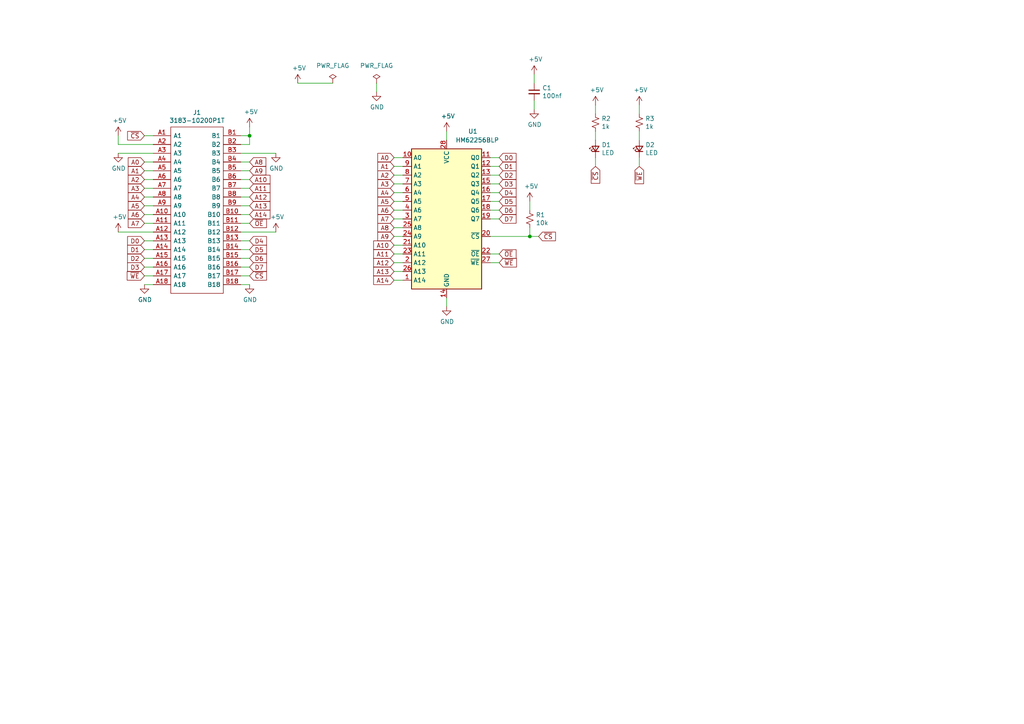
<source format=kicad_sch>
(kicad_sch (version 20230121) (generator eeschema)
  (paper "A4")
  (lib_symbols
    (symbol "Cartridge-rescue:3183-10200P1T-3183-10200P1T" (pin_names (offset 0.762))
      (property "Reference" "J" (at 21.59 7.62 0))
      (property "Value" "3183-10200P1T_3183-10200P1T" (at 21.59 5.08 0))
      (symbol "3183-10200P1T-3183-10200P1T_0_0"
        (pin passive line (at 0 0 0) (length 5.08) (name "A1") (number "A1"))
        (pin passive line (at 0 -22.86 0) (length 5.08) (name "A10") (number "A10"))
        (pin passive line (at 0 -25.4 0) (length 5.08) (name "A11") (number "A11"))
        (pin passive line (at 0 -27.94 0) (length 5.08) (name "A12") (number "A12"))
        (pin passive line (at 0 -30.48 0) (length 5.08) (name "A13") (number "A13"))
        (pin passive line (at 0 -33.02 0) (length 5.08) (name "A14") (number "A14"))
        (pin passive line (at 0 -35.56 0) (length 5.08) (name "A15") (number "A15"))
        (pin passive line (at 0 -38.1 0) (length 5.08) (name "A16") (number "A16"))
        (pin passive line (at 0 -40.64 0) (length 5.08) (name "A17") (number "A17"))
        (pin passive line (at 0 -43.18 0) (length 5.08) (name "A18") (number "A18"))
        (pin passive line (at 0 -2.54 0) (length 5.08) (name "A2") (number "A2"))
        (pin passive line (at 0 -5.08 0) (length 5.08) (name "A3") (number "A3"))
        (pin passive line (at 0 -7.62 0) (length 5.08) (name "A4") (number "A4"))
        (pin passive line (at 0 -10.16 0) (length 5.08) (name "A5") (number "A5"))
        (pin passive line (at 0 -12.7 0) (length 5.08) (name "A6") (number "A6"))
        (pin passive line (at 0 -15.24 0) (length 5.08) (name "A7") (number "A7"))
        (pin passive line (at 0 -17.78 0) (length 5.08) (name "A8") (number "A8"))
        (pin passive line (at 0 -20.32 0) (length 5.08) (name "A9") (number "A9"))
        (pin passive line (at 25.4 0 180) (length 5.08) (name "B1") (number "B1"))
        (pin passive line (at 25.4 -22.86 180) (length 5.08) (name "B10") (number "B10"))
        (pin passive line (at 25.4 -25.4 180) (length 5.08) (name "B11") (number "B11"))
        (pin passive line (at 25.4 -27.94 180) (length 5.08) (name "B12") (number "B12"))
        (pin passive line (at 25.4 -30.48 180) (length 5.08) (name "B13") (number "B13"))
        (pin passive line (at 25.4 -33.02 180) (length 5.08) (name "B14") (number "B14"))
        (pin passive line (at 25.4 -35.56 180) (length 5.08) (name "B15") (number "B15"))
        (pin passive line (at 25.4 -38.1 180) (length 5.08) (name "B16") (number "B16"))
        (pin passive line (at 25.4 -40.64 180) (length 5.08) (name "B17") (number "B17"))
        (pin passive line (at 25.4 -43.18 180) (length 5.08) (name "B18") (number "B18"))
        (pin passive line (at 25.4 -2.54 180) (length 5.08) (name "B2") (number "B2"))
        (pin passive line (at 25.4 -5.08 180) (length 5.08) (name "B3") (number "B3"))
        (pin passive line (at 25.4 -7.62 180) (length 5.08) (name "B4") (number "B4"))
        (pin passive line (at 25.4 -10.16 180) (length 5.08) (name "B5") (number "B5"))
        (pin passive line (at 25.4 -12.7 180) (length 5.08) (name "B6") (number "B6"))
        (pin passive line (at 25.4 -15.24 180) (length 5.08) (name "B7") (number "B7"))
        (pin passive line (at 25.4 -17.78 180) (length 5.08) (name "B8") (number "B8"))
        (pin passive line (at 25.4 -20.32 180) (length 5.08) (name "B9") (number "B9"))
      )
      (symbol "3183-10200P1T-3183-10200P1T_0_1"
        (polyline (pts (xy 5.08 2.54) (xy 20.32 2.54) (xy 20.32 -45.72) (xy 5.08 -45.72) (xy 5.08 2.54)) (stroke (width 0.1524)))
      )
    )
    (symbol "Device:C_Small" (pin_numbers hide) (pin_names (offset 0.254) hide)
      (property "Reference" "C" (at 0.254 1.778 0))
      (property "Value" "C_Small" (at 0.254 -2.032 0))
      (symbol "C_Small_0_1"
        (polyline (pts (xy -1.524 -0.508) (xy 1.524 -0.508)) (stroke (width 0.3302)))
        (polyline (pts (xy -1.524 0.508) (xy 1.524 0.508)) (stroke (width 0.3048)))
      )
      (symbol "C_Small_1_1"
        (pin passive line (at 0 2.54 270) (length 2.032) (name "~") (number "1"))
        (pin passive line (at 0 -2.54 90) (length 2.032) (name "~") (number "2"))
      )
    )
    (symbol "Device:LED_Small" (pin_numbers hide) (pin_names (offset 0.254) hide)
      (property "Reference" "D" (at -1.27 3.175 0))
      (property "Value" "LED_Small" (at -4.445 -2.54 0))
      (symbol "LED_Small_0_1"
        (polyline (pts (xy -0.762 -1.016) (xy -0.762 1.016)) (stroke (width 0.254)))
        (polyline (pts (xy 1.016 0) (xy -0.762 0)))
        (polyline (pts (xy 0.762 -1.016) (xy -0.762 0) (xy 0.762 1.016) (xy 0.762 -1.016)) (stroke (width 0.254)))
        (polyline (pts (xy 0 0.762) (xy -0.508 1.27) (xy -0.254 1.27) (xy -0.508 1.27) (xy -0.508 1.016)))
        (polyline (pts (xy 0.508 1.27) (xy 0 1.778) (xy 0.254 1.778) (xy 0 1.778) (xy 0 1.524)))
      )
      (symbol "LED_Small_1_1"
        (pin passive line (at -2.54 0 0) (length 1.778) (name "K") (number "1"))
        (pin passive line (at 2.54 0 180) (length 1.778) (name "A") (number "2"))
      )
    )
    (symbol "Device:R_Small_US" (pin_numbers hide) (pin_names (offset 0.254) hide)
      (property "Reference" "R" (at 0.762 0.508 0))
      (property "Value" "R_Small_US" (at 0.762 -1.016 0))
      (symbol "R_Small_US_1_1"
        (polyline (pts (xy 0 0) (xy 1.016 -0.381) (xy 0 -0.762) (xy -1.016 -1.143) (xy 0 -1.524)))
        (polyline (pts (xy 0 1.524) (xy 1.016 1.143) (xy 0 0.762) (xy -1.016 0.381) (xy 0 0)))
        (pin passive line (at 0 2.54 270) (length 1.016) (name "~") (number "1"))
        (pin passive line (at 0 -2.54 90) (length 1.016) (name "~") (number "2"))
      )
    )
    (symbol "Memory_RAM:HM62256BLP"
      (property "Reference" "U" (at -10.16 20.955 0))
      (property "Value" "HM62256BLP" (at 2.54 20.955 0))
      (symbol "HM62256BLP_0_0"
        (pin power_in line (at 0 -22.86 90) (length 2.54) (name "GND") (number "14"))
        (pin power_in line (at 0 22.86 270) (length 2.54) (name "VCC") (number "28"))
      )
      (symbol "HM62256BLP_0_1"
        (rectangle (start -10.16 20.32) (end 10.16 -20.32) (stroke (width 0.254)) (fill (type background)))
      )
      (symbol "HM62256BLP_1_1"
        (pin input line (at -12.7 -17.78 0) (length 2.54) (name "A14") (number "1"))
        (pin input line (at -12.7 17.78 0) (length 2.54) (name "A0") (number "10"))
        (pin tri_state line (at 12.7 17.78 180) (length 2.54) (name "Q0") (number "11"))
        (pin tri_state line (at 12.7 15.24 180) (length 2.54) (name "Q1") (number "12"))
        (pin tri_state line (at 12.7 12.7 180) (length 2.54) (name "Q2") (number "13"))
        (pin tri_state line (at 12.7 10.16 180) (length 2.54) (name "Q3") (number "15"))
        (pin tri_state line (at 12.7 7.62 180) (length 2.54) (name "Q4") (number "16"))
        (pin tri_state line (at 12.7 5.08 180) (length 2.54) (name "Q5") (number "17"))
        (pin tri_state line (at 12.7 2.54 180) (length 2.54) (name "Q6") (number "18"))
        (pin tri_state line (at 12.7 0 180) (length 2.54) (name "Q7") (number "19"))
        (pin input line (at -12.7 -12.7 0) (length 2.54) (name "A12") (number "2"))
        (pin input line (at 12.7 -5.08 180) (length 2.54) (name "~{CS}") (number "20"))
        (pin input line (at -12.7 -7.62 0) (length 2.54) (name "A10") (number "21"))
        (pin input line (at 12.7 -10.16 180) (length 2.54) (name "~{OE}") (number "22"))
        (pin input line (at -12.7 -10.16 0) (length 2.54) (name "A11") (number "23"))
        (pin input line (at -12.7 -5.08 0) (length 2.54) (name "A9") (number "24"))
        (pin input line (at -12.7 -2.54 0) (length 2.54) (name "A8") (number "25"))
        (pin input line (at -12.7 -15.24 0) (length 2.54) (name "A13") (number "26"))
        (pin input line (at 12.7 -12.7 180) (length 2.54) (name "~{WE}") (number "27"))
        (pin input line (at -12.7 0 0) (length 2.54) (name "A7") (number "3"))
        (pin input line (at -12.7 2.54 0) (length 2.54) (name "A6") (number "4"))
        (pin input line (at -12.7 5.08 0) (length 2.54) (name "A5") (number "5"))
        (pin input line (at -12.7 7.62 0) (length 2.54) (name "A4") (number "6"))
        (pin input line (at -12.7 10.16 0) (length 2.54) (name "A3") (number "7"))
        (pin input line (at -12.7 12.7 0) (length 2.54) (name "A2") (number "8"))
        (pin input line (at -12.7 15.24 0) (length 2.54) (name "A1") (number "9"))
      )
    )
    (symbol "power:+5V" (power) (pin_names (offset 0))
      (property "Value" "+5V" (at 0 3.556 0))
      (symbol "+5V_0_1"
        (polyline (pts (xy -0.762 1.27) (xy 0 2.54)))
        (polyline (pts (xy 0 0) (xy 0 2.54)))
        (polyline (pts (xy 0 2.54) (xy 0.762 1.27)))
      )
      (symbol "+5V_1_1"
        (pin power_in line (at 0 0 90) (length 0) hide (name "+5V") (number "1"))
      )
    )
    (symbol "power:GND" (power) (pin_names (offset 0))
      (property "Value" "GND" (at 0 -3.81 0))
      (symbol "GND_0_1"
        (polyline (pts (xy 0 0) (xy 0 -1.27) (xy 1.27 -1.27) (xy 0 -2.54) (xy -1.27 -1.27) (xy 0 -1.27)))
      )
      (symbol "GND_1_1"
        (pin power_in line (at 0 0 270) (length 0) hide (name "GND") (number "1"))
      )
    )
    (symbol "power:PWR_FLAG" (power) (pin_numbers hide) (pin_names (offset 0) hide)
      (property "Value" "PWR_FLAG" (at 0 3.81 0))
      (symbol "PWR_FLAG_0_0"
        (pin power_out line (at 0 0 90) (length 0) (name "pwr") (number "1"))
      )
      (symbol "PWR_FLAG_0_1"
        (polyline (pts (xy 0 0) (xy 0 1.27) (xy -1.016 1.905) (xy 0 2.54) (xy 1.016 1.905) (xy 0 1.27)))
      )
    )
  )
  (junction (at 72.39 39.37))
  (junction (at 153.67 68.58))
  (wire (pts (xy 72.39 80.01) (xy 69.85 80.01)))
  (wire (pts (xy 34.29 41.91) (xy 34.29 39.37)))
  (wire (pts (xy 72.39 57.15) (xy 69.85 57.15)))
  (wire (pts (xy 114.3 60.96) (xy 116.84 60.96)))
  (wire (pts (xy 69.85 69.85) (xy 72.39 69.85)))
  (wire (pts (xy 44.45 67.31) (xy 34.29 67.31)))
  (wire (pts (xy 72.39 64.77) (xy 69.85 64.77)))
  (wire (pts (xy 72.39 39.37) (xy 69.85 39.37)))
  (wire (pts (xy 116.84 81.28) (xy 114.3 81.28)))
  (wire (pts (xy 41.91 69.85) (xy 44.45 69.85)))
  (wire (pts (xy 114.3 55.88) (xy 116.84 55.88)))
  (wire (pts (xy 116.84 78.74) (xy 114.3 78.74)))
  (wire (pts (xy 142.24 48.26) (xy 144.78 48.26)))
  (wire (pts (xy 144.78 73.66) (xy 142.24 73.66)))
  (wire (pts (xy 41.91 54.61) (xy 44.45 54.61)))
  (wire (pts (xy 72.39 54.61) (xy 69.85 54.61)))
  (wire (pts (xy 114.3 48.26) (xy 116.84 48.26)))
  (wire (pts (xy 41.91 74.93) (xy 44.45 74.93)))
  (wire (pts (xy 172.72 48.26) (xy 172.72 45.72)))
  (wire (pts (xy 72.39 46.99) (xy 69.85 46.99)))
  (wire (pts (xy 80.01 44.45) (xy 69.85 44.45)))
  (wire (pts (xy 114.3 63.5) (xy 116.84 63.5)))
  (wire (pts (xy 116.84 76.2) (xy 114.3 76.2)))
  (wire (pts (xy 41.91 80.01) (xy 44.45 80.01)))
  (wire (pts (xy 185.42 38.1) (xy 185.42 40.64)))
  (wire (pts (xy 41.91 82.55) (xy 44.45 82.55)))
  (wire (pts (xy 44.45 41.91) (xy 34.29 41.91)))
  (wire (pts (xy 116.84 73.66) (xy 114.3 73.66)))
  (wire (pts (xy 154.94 29.21) (xy 154.94 31.75)))
  (wire (pts (xy 72.39 39.37) (xy 72.39 41.91)))
  (wire (pts (xy 41.91 77.47) (xy 44.45 77.47)))
  (wire (pts (xy 86.36 24.13) (xy 96.52 24.13)))
  (wire (pts (xy 41.91 46.99) (xy 44.45 46.99)))
  (wire (pts (xy 116.84 71.12) (xy 114.3 71.12)))
  (wire (pts (xy 142.24 50.8) (xy 144.78 50.8)))
  (wire (pts (xy 144.78 76.2) (xy 142.24 76.2)))
  (wire (pts (xy 185.42 48.26) (xy 185.42 45.72)))
  (wire (pts (xy 34.29 44.45) (xy 44.45 44.45)))
  (wire (pts (xy 72.39 52.07) (xy 69.85 52.07)))
  (wire (pts (xy 80.01 67.31) (xy 69.85 67.31)))
  (wire (pts (xy 72.39 82.55) (xy 69.85 82.55)))
  (wire (pts (xy 114.3 53.34) (xy 116.84 53.34)))
  (wire (pts (xy 142.24 60.96) (xy 144.78 60.96)))
  (wire (pts (xy 154.94 21.59) (xy 154.94 24.13)))
  (wire (pts (xy 114.3 45.72) (xy 116.84 45.72)))
  (wire (pts (xy 116.84 68.58) (xy 114.3 68.58)))
  (wire (pts (xy 41.91 52.07) (xy 44.45 52.07)))
  (wire (pts (xy 114.3 58.42) (xy 116.84 58.42)))
  (wire (pts (xy 172.72 33.02) (xy 172.72 30.48)))
  (wire (pts (xy 72.39 49.53) (xy 69.85 49.53)))
  (wire (pts (xy 41.91 64.77) (xy 44.45 64.77)))
  (wire (pts (xy 129.54 88.9) (xy 129.54 86.36)))
  (wire (pts (xy 69.85 77.47) (xy 72.39 77.47)))
  (wire (pts (xy 156.21 68.58) (xy 153.67 68.58)))
  (wire (pts (xy 69.85 72.39) (xy 72.39 72.39)))
  (wire (pts (xy 116.84 66.04) (xy 114.3 66.04)))
  (wire (pts (xy 153.67 68.58) (xy 142.24 68.58)))
  (wire (pts (xy 153.67 58.42) (xy 153.67 60.96)))
  (wire (pts (xy 153.67 66.04) (xy 153.67 68.58)))
  (wire (pts (xy 72.39 59.69) (xy 69.85 59.69)))
  (wire (pts (xy 142.24 63.5) (xy 144.78 63.5)))
  (wire (pts (xy 41.91 72.39) (xy 44.45 72.39)))
  (wire (pts (xy 41.91 39.37) (xy 44.45 39.37)))
  (wire (pts (xy 41.91 49.53) (xy 44.45 49.53)))
  (wire (pts (xy 72.39 41.91) (xy 69.85 41.91)))
  (wire (pts (xy 142.24 58.42) (xy 144.78 58.42)))
  (wire (pts (xy 72.39 39.37) (xy 72.39 36.83)))
  (wire (pts (xy 41.91 62.23) (xy 44.45 62.23)))
  (wire (pts (xy 41.91 59.69) (xy 44.45 59.69)))
  (wire (pts (xy 109.22 24.13) (xy 109.22 26.67)))
  (wire (pts (xy 142.24 45.72) (xy 144.78 45.72)))
  (wire (pts (xy 69.85 74.93) (xy 72.39 74.93)))
  (wire (pts (xy 172.72 38.1) (xy 172.72 40.64)))
  (wire (pts (xy 185.42 33.02) (xy 185.42 30.48)))
  (wire (pts (xy 142.24 53.34) (xy 144.78 53.34)))
  (wire (pts (xy 41.91 57.15) (xy 44.45 57.15)))
  (wire (pts (xy 142.24 55.88) (xy 144.78 55.88)))
  (wire (pts (xy 129.54 38.1) (xy 129.54 40.64)))
  (wire (pts (xy 114.3 50.8) (xy 116.84 50.8)))
  (wire (pts (xy 72.39 62.23) (xy 69.85 62.23)))
  (global_label "D2" (shape input) (at 144.78 50.8 0) (property "Intersheetrefs" "${INTERSHEET_REFS}" (effects hide)))
  (global_label "D1" (shape input) (at 144.78 48.26 0) (property "Intersheetrefs" "${INTERSHEET_REFS}" (effects hide)))
  (global_label "D6" (shape input) (at 72.39 74.93 0) (property "Intersheetrefs" "${INTERSHEET_REFS}" (effects hide)))
  (global_label "A14" (shape input) (at 114.3 81.28 180) (property "Intersheetrefs" "${INTERSHEET_REFS}" (effects hide)))
  (global_label "A9" (shape input) (at 72.39 49.53 0) (property "Intersheetrefs" "${INTERSHEET_REFS}" (effects hide)))
  (global_label "A14" (shape input) (at 72.39 62.23 0) (property "Intersheetrefs" "${INTERSHEET_REFS}" (effects hide)))
  (global_label "A2" (shape input) (at 41.91 52.07 180) (property "Intersheetrefs" "${INTERSHEET_REFS}" (effects hide)))
  (global_label "D1" (shape input) (at 41.91 72.39 180) (property "Intersheetrefs" "${INTERSHEET_REFS}" (effects hide)))
  (global_label "D7" (shape input) (at 72.39 77.47 0) (property "Intersheetrefs" "${INTERSHEET_REFS}" (effects hide)))
  (global_label "A12" (shape input) (at 114.3 76.2 180) (property "Intersheetrefs" "${INTERSHEET_REFS}" (effects hide)))
  (global_label "~{CS}" (shape input) (at 156.21 68.58 0) (property "Intersheetrefs" "${INTERSHEET_REFS}" (effects hide)))
  (global_label "~{OE}" (shape input) (at 72.39 64.77 0) (property "Intersheetrefs" "${INTERSHEET_REFS}" (effects hide)))
  (global_label "A3" (shape input) (at 41.91 54.61 180) (property "Intersheetrefs" "${INTERSHEET_REFS}" (effects hide)))
  (global_label "~{OE}" (shape input) (at 144.78 73.66 0) (property "Intersheetrefs" "${INTERSHEET_REFS}" (effects hide)))
  (global_label "A11" (shape input) (at 72.39 54.61 0) (property "Intersheetrefs" "${INTERSHEET_REFS}" (effects hide)))
  (global_label "D6" (shape input) (at 144.78 60.96 0) (property "Intersheetrefs" "${INTERSHEET_REFS}" (effects hide)))
  (global_label "A6" (shape input) (at 41.91 62.23 180) (property "Intersheetrefs" "${INTERSHEET_REFS}" (effects hide)))
  (global_label "A1" (shape input) (at 41.91 49.53 180) (property "Intersheetrefs" "${INTERSHEET_REFS}" (effects hide)))
  (global_label "~{CS}" (shape input) (at 41.91 39.37 180) (property "Intersheetrefs" "${INTERSHEET_REFS}" (effects hide)))
  (global_label "A8" (shape input) (at 114.3 66.04 180) (property "Intersheetrefs" "${INTERSHEET_REFS}" (effects hide)))
  (global_label "A5" (shape input) (at 41.91 59.69 180) (property "Intersheetrefs" "${INTERSHEET_REFS}" (effects hide)))
  (global_label "A4" (shape input) (at 41.91 57.15 180) (property "Intersheetrefs" "${INTERSHEET_REFS}" (effects hide)))
  (global_label "A8" (shape input) (at 72.39 46.99 0) (property "Intersheetrefs" "${INTERSHEET_REFS}" (effects hide)))
  (global_label "A12" (shape input) (at 72.39 57.15 0) (property "Intersheetrefs" "${INTERSHEET_REFS}" (effects hide)))
  (global_label "A2" (shape input) (at 114.3 50.8 180) (property "Intersheetrefs" "${INTERSHEET_REFS}" (effects hide)))
  (global_label "A1" (shape input) (at 114.3 48.26 180) (property "Intersheetrefs" "${INTERSHEET_REFS}" (effects hide)))
  (global_label "A13" (shape input) (at 72.39 59.69 0) (property "Intersheetrefs" "${INTERSHEET_REFS}" (effects hide)))
  (global_label "A11" (shape input) (at 114.3 73.66 180) (property "Intersheetrefs" "${INTERSHEET_REFS}" (effects hide)))
  (global_label "D3" (shape input) (at 144.78 53.34 0) (property "Intersheetrefs" "${INTERSHEET_REFS}" (effects hide)))
  (global_label "D4" (shape input) (at 72.39 69.85 0) (property "Intersheetrefs" "${INTERSHEET_REFS}" (effects hide)))
  (global_label "A10" (shape input) (at 114.3 71.12 180) (property "Intersheetrefs" "${INTERSHEET_REFS}" (effects hide)))
  (global_label "A9" (shape input) (at 114.3 68.58 180) (property "Intersheetrefs" "${INTERSHEET_REFS}" (effects hide)))
  (global_label "A5" (shape input) (at 114.3 58.42 180) (property "Intersheetrefs" "${INTERSHEET_REFS}" (effects hide)))
  (global_label "D0" (shape input) (at 41.91 69.85 180) (property "Intersheetrefs" "${INTERSHEET_REFS}" (effects hide)))
  (global_label "D3" (shape input) (at 41.91 77.47 180) (property "Intersheetrefs" "${INTERSHEET_REFS}" (effects hide)))
  (global_label "A4" (shape input) (at 114.3 55.88 180) (property "Intersheetrefs" "${INTERSHEET_REFS}" (effects hide)))
  (global_label "~{CS}" (shape input) (at 172.72 48.26 270) (property "Intersheetrefs" "${INTERSHEET_REFS}" (effects hide)))
  (global_label "D5" (shape input) (at 144.78 58.42 0) (property "Intersheetrefs" "${INTERSHEET_REFS}" (effects hide)))
  (global_label "D7" (shape input) (at 144.78 63.5 0) (property "Intersheetrefs" "${INTERSHEET_REFS}" (effects hide)))
  (global_label "D0" (shape input) (at 144.78 45.72 0) (property "Intersheetrefs" "${INTERSHEET_REFS}" (effects hide)))
  (global_label "A6" (shape input) (at 114.3 60.96 180) (property "Intersheetrefs" "${INTERSHEET_REFS}" (effects hide)))
  (global_label "A0" (shape input) (at 41.91 46.99 180) (property "Intersheetrefs" "${INTERSHEET_REFS}" (effects hide)))
  (global_label "A3" (shape input) (at 114.3 53.34 180) (property "Intersheetrefs" "${INTERSHEET_REFS}" (effects hide)))
  (global_label "~{WE}" (shape input) (at 185.42 48.26 270) (property "Intersheetrefs" "${INTERSHEET_REFS}" (effects hide)))
  (global_label "D2" (shape input) (at 41.91 74.93 180) (property "Intersheetrefs" "${INTERSHEET_REFS}" (effects hide)))
  (global_label "~{CS}" (shape input) (at 72.39 80.01 0) (property "Intersheetrefs" "${INTERSHEET_REFS}" (effects hide)))
  (global_label "A7" (shape input) (at 114.3 63.5 180) (property "Intersheetrefs" "${INTERSHEET_REFS}" (effects hide)))
  (global_label "~{WE}" (shape input) (at 41.91 80.01 180) (property "Intersheetrefs" "${INTERSHEET_REFS}" (effects hide)))
  (global_label "A13" (shape input) (at 114.3 78.74 180) (property "Intersheetrefs" "${INTERSHEET_REFS}" (effects hide)))
  (global_label "D4" (shape input) (at 144.78 55.88 0) (property "Intersheetrefs" "${INTERSHEET_REFS}" (effects hide)))
  (global_label "A7" (shape input) (at 41.91 64.77 180) (property "Intersheetrefs" "${INTERSHEET_REFS}" (effects hide)))
  (global_label "~{WE}" (shape input) (at 144.78 76.2 0) (property "Intersheetrefs" "${INTERSHEET_REFS}" (effects hide)))
  (global_label "A0" (shape input) (at 114.3 45.72 180) (property "Intersheetrefs" "${INTERSHEET_REFS}" (effects hide)))
  (global_label "D5" (shape input) (at 72.39 72.39 0) (property "Intersheetrefs" "${INTERSHEET_REFS}" (effects hide)))
  (global_label "A10" (shape input) (at 72.39 52.07 0) (property "Intersheetrefs" "${INTERSHEET_REFS}" (effects hide)))
  (symbol (lib_id "Cartridge-rescue:3183-10200P1T-3183-10200P1T") (at 44.45 39.37 0) (unit 1)
    (property "Reference" "J1" (at 57.15 32.639 0))
    (property "Value" "3183-10200P1T" (at 57.15 34.9504 0))
    (property "Footprint" "Connector_PCBEdge:BUS_PCIexpress_x1" (effects hide))
    (property "Datasheet" "https://datasheet.lcsc.com/szlcsc/1907190931_UMaxconn-3183-10200P1T_C404113.pdf" (effects hide))
    (property "Description" "Card Edge Connectors Through Hole" (effects hide))
    (property "Height" "11.25" (effects hide))
    (property "Manufacturer_Name" "UMAX" (effects hide))
    (property "Manufacturer_Part_Number" "3183-10200P1T" (effects hide))
  )
  (symbol (lib_id "Memory_RAM:HM62256BLP") (at 129.54 63.5 0) (unit 1)
    (property "Reference" "U1" (at 137.16 38.1 0))
    (property "Value" "HM62256BLP" (at 138.43 40.64 0))
    (property "Footprint" "Package_SO:SOIC-28W_7.5x17.9mm_P1.27mm" (effects hide))
    (property "Datasheet" "https://web.mit.edu/6.115/www/document/62256.pdf" (effects hide))
  )
  (symbol (lib_id "Device:C_Small") (at 154.94 26.67 0) (unit 1)
    (property "Reference" "C1" (at 157.2768 25.5016 0) (effects (justify left)))
    (property "Value" "100nf" (at 157.2768 27.813 0) (effects (justify left)))
    (property "Footprint" "Capacitor_SMD:C_0603_1608Metric" (effects hide))
  )
  (symbol (lib_id "power:+5V") (at 72.39 36.83 0) (unit 1)
    (property "Reference" "#PWR05" (effects hide))
    (property "Value" "+5V" (at 72.771 32.4358 0))
  )
  (symbol (lib_id "power:+5V") (at 34.29 39.37 0) (unit 1)
    (property "Reference" "#PWR01" (effects hide))
    (property "Value" "+5V" (at 34.671 34.9758 0))
  )
  (symbol (lib_id "power:GND") (at 80.01 44.45 0) (unit 1)
    (property "Reference" "#PWR07" (effects hide))
    (property "Value" "GND" (at 80.137 48.8442 0))
  )
  (symbol (lib_id "power:GND") (at 34.29 44.45 0) (unit 1)
    (property "Reference" "#PWR02" (effects hide))
    (property "Value" "GND" (at 34.417 48.8442 0))
  )
  (symbol (lib_id "power:GND") (at 129.54 88.9 0) (unit 1)
    (property "Reference" "#PWR012" (effects hide))
    (property "Value" "GND" (at 129.667 93.2942 0))
  )
  (symbol (lib_id "power:+5V") (at 129.54 38.1 0) (unit 1)
    (property "Reference" "#PWR011" (effects hide))
    (property "Value" "+5V" (at 129.921 33.7058 0))
  )
  (symbol (lib_id "power:GND") (at 72.39 82.55 0) (unit 1)
    (property "Reference" "#PWR06" (effects hide))
    (property "Value" "GND" (at 72.517 86.9442 0))
  )
  (symbol (lib_id "power:GND") (at 41.91 82.55 0) (unit 1)
    (property "Reference" "#PWR04" (effects hide))
    (property "Value" "GND" (at 42.037 86.9442 0))
  )
  (symbol (lib_id "power:+5V") (at 34.29 67.31 0) (unit 1)
    (property "Reference" "#PWR03" (effects hide))
    (property "Value" "+5V" (at 34.671 62.9158 0))
  )
  (symbol (lib_id "power:+5V") (at 80.01 67.31 0) (unit 1)
    (property "Reference" "#PWR08" (effects hide))
    (property "Value" "+5V" (at 80.391 62.9158 0))
  )
  (symbol (lib_id "power:+5V") (at 154.94 21.59 0) (unit 1)
    (property "Reference" "#PWR09" (effects hide))
    (property "Value" "+5V" (at 155.321 17.1958 0))
  )
  (symbol (lib_id "power:GND") (at 154.94 31.75 0) (unit 1)
    (property "Reference" "#PWR010" (effects hide))
    (property "Value" "GND" (at 155.067 36.1442 0))
  )
  (symbol (lib_id "Device:R_Small_US") (at 153.67 63.5 0) (unit 1)
    (property "Reference" "R1" (at 155.3972 62.3316 0) (effects (justify left)))
    (property "Value" "10k" (at 155.3972 64.643 0) (effects (justify left)))
    (property "Footprint" "Resistor_SMD:R_0603_1608Metric" (effects hide))
  )
  (symbol (lib_id "power:+5V") (at 153.67 58.42 0) (unit 1)
    (property "Reference" "#PWR013" (effects hide))
    (property "Value" "+5V" (at 154.051 54.0258 0))
  )
  (symbol (lib_id "Device:LED_Small") (at 172.72 43.18 90) (unit 1)
    (property "Reference" "D1" (at 174.498 42.0116 90) (effects (justify right)))
    (property "Value" "LED" (at 174.498 44.323 90) (effects (justify right)))
    (property "Footprint" "LED_SMD:LED_0603_1608Metric" (effects hide))
  )
  (symbol (lib_id "power:+5V") (at 172.72 30.48 0) (unit 1)
    (property "Reference" "#PWR0101" (effects hide))
    (property "Value" "+5V" (at 173.101 26.0858 0))
  )
  (symbol (lib_id "Device:R_Small_US") (at 172.72 35.56 0) (unit 1)
    (property "Reference" "R2" (at 174.4472 34.3916 0) (effects (justify left)))
    (property "Value" "1k" (at 174.4472 36.703 0) (effects (justify left)))
    (property "Footprint" "Resistor_SMD:R_0603_1608Metric" (effects hide))
  )
  (symbol (lib_id "Device:LED_Small") (at 185.42 43.18 90) (unit 1)
    (property "Reference" "D2" (at 187.198 42.0116 90) (effects (justify right)))
    (property "Value" "LED" (at 187.198 44.323 90) (effects (justify right)))
    (property "Footprint" "LED_SMD:LED_0603_1608Metric" (effects hide))
  )
  (symbol (lib_id "power:+5V") (at 185.42 30.48 0) (unit 1)
    (property "Reference" "#PWR0102" (effects hide))
    (property "Value" "+5V" (at 185.801 26.0858 0))
  )
  (symbol (lib_id "Device:R_Small_US") (at 185.42 35.56 0) (unit 1)
    (property "Reference" "R3" (at 187.1472 34.3916 0) (effects (justify left)))
    (property "Value" "1k" (at 187.1472 36.703 0) (effects (justify left)))
    (property "Footprint" "Resistor_SMD:R_0603_1608Metric" (effects hide))
  )
  (symbol (lib_id "power:PWR_FLAG") (at 96.52 24.13 0) (unit 1)
    (property "Reference" "#FLG01" (effects hide))
    (property "Value" "PWR_FLAG" (at 96.52 19.05 0))
  )
  (symbol (lib_id "power:GND") (at 109.22 26.67 0) (unit 1)
    (property "Reference" "#PWR015" (effects hide))
    (property "Value" "GND" (at 109.347 31.0642 0))
  )
  (symbol (lib_id "power:PWR_FLAG") (at 109.22 24.13 0) (unit 1)
    (property "Reference" "#FLG02" (effects hide))
    (property "Value" "PWR_FLAG" (at 109.22 19.05 0))
  )
  (symbol (lib_id "power:+5V") (at 86.36 24.13 0) (unit 1)
    (property "Reference" "#PWR014" (effects hide))
    (property "Value" "+5V" (at 86.741 19.7358 0))
  )
)
</source>
